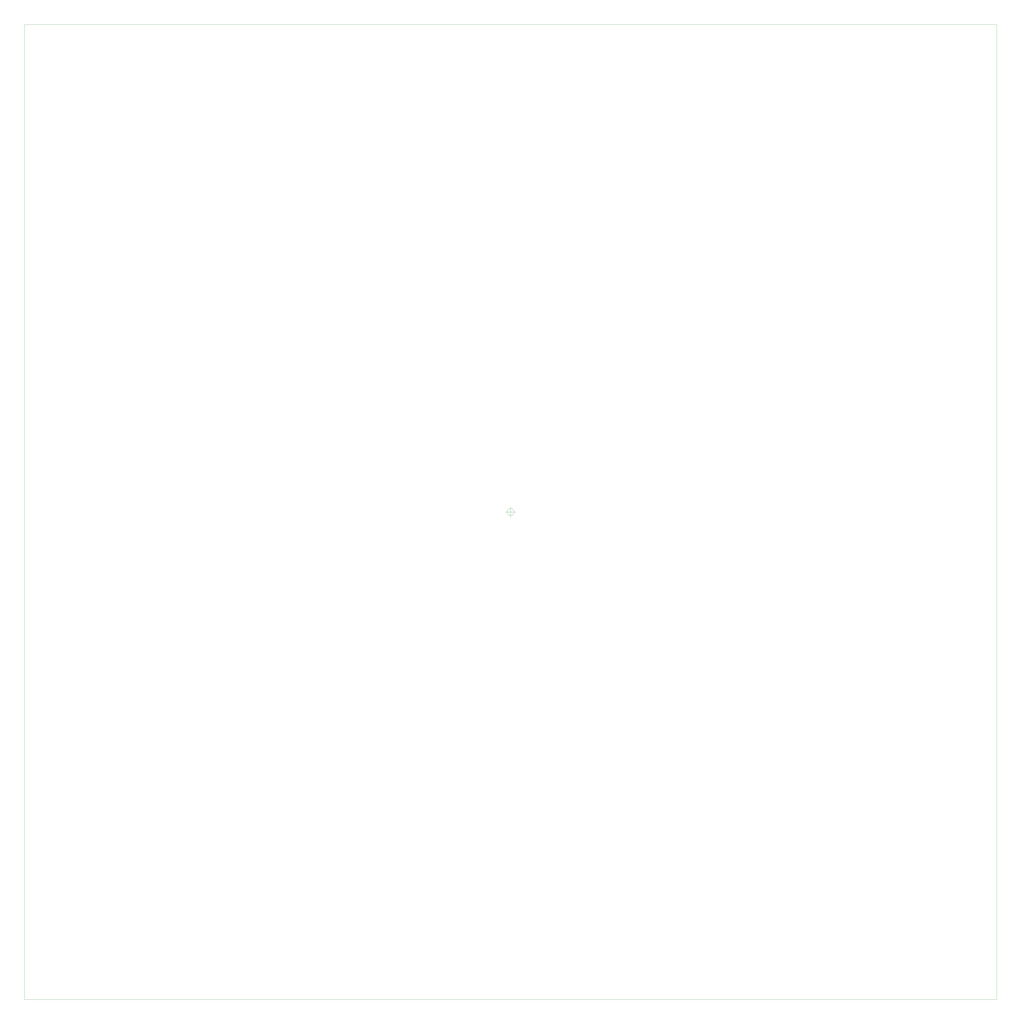
<source format=gbr>
%TF.GenerationSoftware,KiCad,Pcbnew,(5.1.9-0-10_14)*%
%TF.CreationDate,2021-05-26T15:42:51-04:00*%
%TF.ProjectId,backplane,6261636b-706c-4616-9e65-2e6b69636164,rev?*%
%TF.SameCoordinates,Original*%
%TF.FileFunction,Profile,NP*%
%FSLAX46Y46*%
G04 Gerber Fmt 4.6, Leading zero omitted, Abs format (unit mm)*
G04 Created by KiCad (PCBNEW (5.1.9-0-10_14)) date 2021-05-26 15:42:51*
%MOMM*%
%LPD*%
G01*
G04 APERTURE LIST*
%TA.AperFunction,Profile*%
%ADD10C,0.050000*%
%TD*%
%TA.AperFunction,Profile*%
%ADD11C,0.100000*%
%TD*%
G04 APERTURE END LIST*
D10*
X351166666Y-227500000D02*
G75*
G03*
X351166666Y-227500000I-1666666J0D01*
G01*
X347000000Y-227500000D02*
X352000000Y-227500000D01*
X349500000Y-225000000D02*
X349500000Y-230000000D01*
D11*
X122500000Y0D02*
X576500000Y0D01*
X122500000Y-455000000D02*
X576500000Y-455000000D01*
X576500000Y0D02*
X576500000Y-455000000D01*
X122500000Y-455000000D02*
X122500000Y0D01*
M02*

</source>
